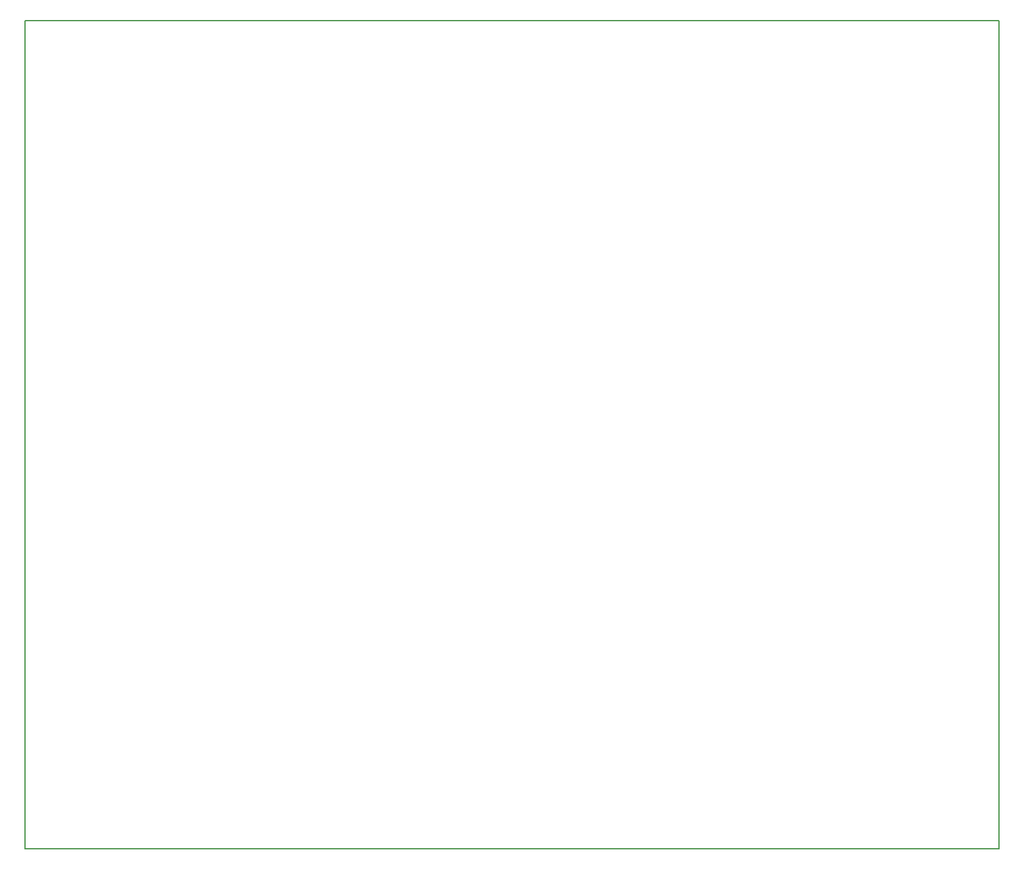
<source format=gbr>
G04 #@! TF.FileFunction,Legend,Bot*
%FSLAX46Y46*%
G04 Gerber Fmt 4.6, Leading zero omitted, Abs format (unit mm)*
G04 Created by KiCad (PCBNEW 4.0.7) date 06/25/19 11:17:45*
%MOMM*%
%LPD*%
G01*
G04 APERTURE LIST*
%ADD10C,0.100000*%
%ADD11C,0.150000*%
G04 APERTURE END LIST*
D10*
D11*
X54864000Y-27432000D02*
X186817000Y-27432000D01*
X54864000Y-139573000D02*
X54864000Y-27432000D01*
X56007000Y-139573000D02*
X54864000Y-139573000D01*
X186817000Y-139573000D02*
X56007000Y-139573000D01*
X186817000Y-27432000D02*
X186817000Y-139573000D01*
M02*

</source>
